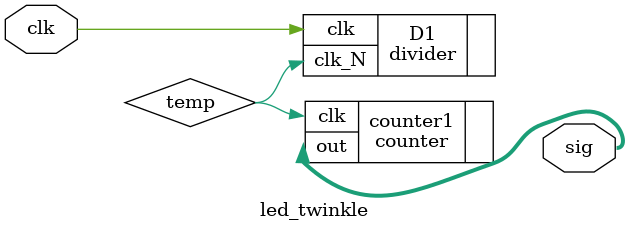
<source format=v>
module led_twinkle(clk, sig);
    input clk;
    wire temp;
    output [2:0]sig;
    
    divider D1(.clk(clk), .clk_N(temp));
    counter counter1(.clk(temp), .out(sig));

endmodule
</source>
